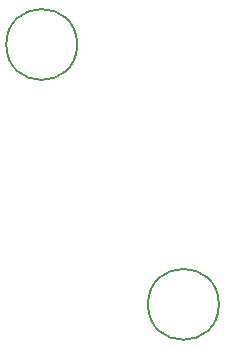
<source format=gbr>
%TF.GenerationSoftware,KiCad,Pcbnew,7.0.1*%
%TF.CreationDate,2024-04-03T18:52:35-06:00*%
%TF.ProjectId,HOTAS_Hat Switch Breakout,484f5441-535f-4486-9174-205377697463,rev?*%
%TF.SameCoordinates,Original*%
%TF.FileFunction,Other,Comment*%
%FSLAX46Y46*%
G04 Gerber Fmt 4.6, Leading zero omitted, Abs format (unit mm)*
G04 Created by KiCad (PCBNEW 7.0.1) date 2024-04-03 18:52:35*
%MOMM*%
%LPD*%
G01*
G04 APERTURE LIST*
%ADD10C,0.150000*%
G04 APERTURE END LIST*
D10*
%TO.C,H2*%
X9000000Y-11000000D02*
G75*
G03*
X9000000Y-11000000I-3000000J0D01*
G01*
%TO.C,H1*%
X-3000000Y11000000D02*
G75*
G03*
X-3000000Y11000000I-3000000J0D01*
G01*
%TD*%
M02*

</source>
